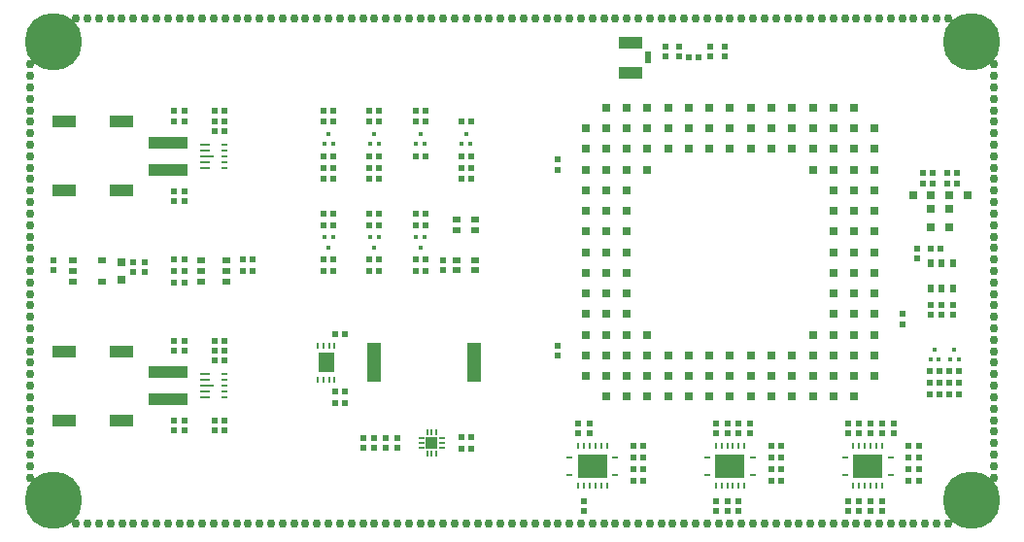
<source format=gbr>
%TF.GenerationSoftware,Altium Limited,Altium Designer,20.0.13 (296)*%
G04 Layer_Color=255*
%FSLAX26Y26*%
%MOIN*%
%TF.FileFunction,Pads,Top*%
%TF.Part,Single*%
G01*
G75*
%TA.AperFunction,SMDPad,CuDef*%
%ADD11R,0.031496X0.019685*%
%ADD12R,0.035433X0.009842*%
%ADD13R,0.051181X0.009842*%
%ADD14R,0.023622X0.009842*%
%ADD15R,0.009842X0.023622*%
%ADD16R,0.100394X0.080709*%
%ADD17R,0.018504X0.020472*%
%ADD18R,0.009842X0.019685*%
%ADD19R,0.019685X0.009842*%
%ADD20R,0.039370X0.039370*%
%ADD21R,0.051181X0.133858*%
%ADD22R,0.133858X0.038583*%
%ADD23R,0.020472X0.018504*%
%ADD24R,0.031496X0.031496*%
G04:AMPARAMS|DCode=25|XSize=27.559mil|YSize=27.559mil|CornerRadius=2.756mil|HoleSize=0mil|Usage=FLASHONLY|Rotation=0.000|XOffset=0mil|YOffset=0mil|HoleType=Round|Shape=RoundedRectangle|*
%AMROUNDEDRECTD25*
21,1,0.027559,0.022047,0,0,0.0*
21,1,0.022047,0.027559,0,0,0.0*
1,1,0.005512,0.011024,-0.011024*
1,1,0.005512,-0.011024,-0.011024*
1,1,0.005512,-0.011024,0.011024*
1,1,0.005512,0.011024,0.011024*
%
%ADD25ROUNDEDRECTD25*%
%ADD26R,0.057087X0.068898*%
%ADD27R,0.078740X0.039370*%
%ADD28R,0.023622X0.039370*%
%ADD29R,0.031496X0.031496*%
%ADD30R,0.015748X0.015748*%
%ADD31R,0.015748X0.015748*%
%ADD32R,0.019685X0.031496*%
%TA.AperFunction,ViaPad*%
%ADD36C,0.029528*%
%ADD37C,0.196850*%
D11*
X1448819Y789370D02*
D03*
X1385827D02*
D03*
Y824803D02*
D03*
X1448819D02*
D03*
Y927165D02*
D03*
X1385827D02*
D03*
Y962598D02*
D03*
X1448819D02*
D03*
X594488Y787402D02*
D03*
Y824803D02*
D03*
Y750000D02*
D03*
X507874D02*
D03*
Y787402D02*
D03*
Y824803D02*
D03*
X66929D02*
D03*
Y787402D02*
D03*
Y750000D02*
D03*
X169291D02*
D03*
Y824803D02*
D03*
D12*
X521654Y433071D02*
D03*
Y413386D02*
D03*
Y374016D02*
D03*
Y354331D02*
D03*
Y1220473D02*
D03*
Y1200787D02*
D03*
Y1161417D02*
D03*
Y1141732D02*
D03*
D13*
X529528Y393701D02*
D03*
Y1181102D02*
D03*
D14*
X586614Y354331D02*
D03*
Y374016D02*
D03*
Y393701D02*
D03*
Y413386D02*
D03*
Y433071D02*
D03*
X2873032Y147638D02*
D03*
X2717520D02*
D03*
Y88583D02*
D03*
X2873032D02*
D03*
X586614Y1141732D02*
D03*
Y1161417D02*
D03*
Y1181102D02*
D03*
Y1200787D02*
D03*
Y1220473D02*
D03*
X1928150Y147638D02*
D03*
X1772638D02*
D03*
Y88583D02*
D03*
X1928150D02*
D03*
X2400590Y147638D02*
D03*
X2245079D02*
D03*
Y88583D02*
D03*
X2400590D02*
D03*
D15*
X2844488Y186024D02*
D03*
X2824803D02*
D03*
X2805118D02*
D03*
X2785433D02*
D03*
X2765748D02*
D03*
X2746063D02*
D03*
Y50197D02*
D03*
X2765748D02*
D03*
X2785433D02*
D03*
X2805118D02*
D03*
X2824803D02*
D03*
X2844488D02*
D03*
X1899606Y186024D02*
D03*
X1879921D02*
D03*
X1860236D02*
D03*
X1840551D02*
D03*
X1820866D02*
D03*
X1801181D02*
D03*
Y50197D02*
D03*
X1820866D02*
D03*
X1840551D02*
D03*
X1860236D02*
D03*
X1879921D02*
D03*
X1899606D02*
D03*
X2372047Y186024D02*
D03*
X2352362D02*
D03*
X2332677D02*
D03*
X2312992D02*
D03*
X2293307D02*
D03*
X2273622D02*
D03*
Y50197D02*
D03*
X2293307D02*
D03*
X2312992D02*
D03*
X2332677D02*
D03*
X2352362D02*
D03*
X2372047D02*
D03*
D16*
X2795276Y118110D02*
D03*
X1850394D02*
D03*
X2322835D02*
D03*
D17*
X961811Y1181102D02*
D03*
X927953D02*
D03*
X587795Y238976D02*
D03*
X553937D02*
D03*
X3068307Y1086102D02*
D03*
X3102165D02*
D03*
X3068307Y1125472D02*
D03*
X3102165D02*
D03*
X3018307Y1086102D02*
D03*
X2984449D02*
D03*
X3018307Y1125472D02*
D03*
X2984449D02*
D03*
X686220Y826772D02*
D03*
X652362D02*
D03*
X450000Y748032D02*
D03*
X416142D02*
D03*
Y826772D02*
D03*
X450000D02*
D03*
X3109370Y442992D02*
D03*
X3075512D02*
D03*
X3041614D02*
D03*
X3007756D02*
D03*
X1990945Y147638D02*
D03*
X2024803D02*
D03*
X1990945Y108268D02*
D03*
X2024803D02*
D03*
X1990945Y68898D02*
D03*
X2024803D02*
D03*
X2463386Y187008D02*
D03*
X2497244D02*
D03*
X2463386Y147638D02*
D03*
X2497244D02*
D03*
X2463386Y108268D02*
D03*
X2497244D02*
D03*
X2935827Y147638D02*
D03*
X2969685D02*
D03*
X2935827Y108268D02*
D03*
X2969685D02*
D03*
X2935827Y68898D02*
D03*
X2969685D02*
D03*
X1434252Y1141732D02*
D03*
X1400394D02*
D03*
Y1299213D02*
D03*
X1434252D02*
D03*
X1242913Y1338583D02*
D03*
X1276772D02*
D03*
X1119291Y1141732D02*
D03*
X1085433D02*
D03*
Y1338583D02*
D03*
X1119291D02*
D03*
X961811Y1141732D02*
D03*
X927953D02*
D03*
Y1338583D02*
D03*
X961811D02*
D03*
X1400394Y177165D02*
D03*
X1434252D02*
D03*
X1085433Y984252D02*
D03*
X1119291D02*
D03*
X1085433Y826772D02*
D03*
X1119291D02*
D03*
X1242913Y984252D02*
D03*
X1276772D02*
D03*
X1242913Y826772D02*
D03*
X1276772D02*
D03*
X927953Y984252D02*
D03*
X961811D02*
D03*
X927953Y826772D02*
D03*
X961811D02*
D03*
X967323Y334646D02*
D03*
X1001181D02*
D03*
X553937Y1268110D02*
D03*
X587795D02*
D03*
X553937Y1301968D02*
D03*
X587795D02*
D03*
Y1335827D02*
D03*
X553937D02*
D03*
Y480709D02*
D03*
X587795D02*
D03*
X553937Y514567D02*
D03*
X587795D02*
D03*
Y272835D02*
D03*
X553937D02*
D03*
X587795Y548425D02*
D03*
X553937D02*
D03*
X3045669Y865000D02*
D03*
X3011811D02*
D03*
X652362Y787402D02*
D03*
X686220D02*
D03*
X450000D02*
D03*
X416142D02*
D03*
X2215511Y1518937D02*
D03*
X2181653D02*
D03*
X3109370Y364252D02*
D03*
X3075512D02*
D03*
X3041614D02*
D03*
X3007756D02*
D03*
X3075512Y403622D02*
D03*
X3109370D02*
D03*
X3007756D02*
D03*
X3041614D02*
D03*
X2024803Y187008D02*
D03*
X1990945D02*
D03*
X2497244Y68898D02*
D03*
X2463386D02*
D03*
X2969685Y187008D02*
D03*
X2935827D02*
D03*
X1434252Y1181102D02*
D03*
X1400394D02*
D03*
X1434252Y1102362D02*
D03*
X1400394D02*
D03*
X1276772Y1299213D02*
D03*
X1242913D02*
D03*
X1119291D02*
D03*
X1085433D02*
D03*
Y1102362D02*
D03*
X1119291D02*
D03*
X927953D02*
D03*
X961811D02*
D03*
X1400394Y216535D02*
D03*
X1434252D02*
D03*
X1085433Y787402D02*
D03*
X1119291D02*
D03*
Y944882D02*
D03*
X1085433D02*
D03*
X1242913Y787402D02*
D03*
X1276772D02*
D03*
Y944882D02*
D03*
X1242913D02*
D03*
X927953Y787402D02*
D03*
X961811D02*
D03*
Y944882D02*
D03*
X927953D02*
D03*
X1001181Y570866D02*
D03*
X967323D02*
D03*
Y374016D02*
D03*
X1001181D02*
D03*
X961811Y1299213D02*
D03*
X927953D02*
D03*
X1276772Y1181102D02*
D03*
X1242913D02*
D03*
X1119291D02*
D03*
X1085433D02*
D03*
D18*
X1283465Y161417D02*
D03*
X1299213D02*
D03*
X1314961D02*
D03*
Y232284D02*
D03*
X1299213D02*
D03*
X1283465D02*
D03*
X966142Y415354D02*
D03*
X907087D02*
D03*
X926772D02*
D03*
X946457D02*
D03*
X966142Y529528D02*
D03*
X907087D02*
D03*
X926772D02*
D03*
X946457D02*
D03*
D19*
X1334646Y181102D02*
D03*
Y196850D02*
D03*
Y212598D02*
D03*
X1263780D02*
D03*
Y196850D02*
D03*
Y181102D02*
D03*
D20*
X1299213Y196850D02*
D03*
D21*
X1101772Y472441D02*
D03*
X1444291D02*
D03*
D22*
X393701Y440354D02*
D03*
Y347047D02*
D03*
Y1227756D02*
D03*
Y1134449D02*
D03*
D23*
X2101653Y1524409D02*
D03*
Y1558268D02*
D03*
X413386Y1060236D02*
D03*
Y1026378D02*
D03*
X452756D02*
D03*
Y1060236D02*
D03*
Y1335827D02*
D03*
Y1301968D02*
D03*
X413386D02*
D03*
Y1335827D02*
D03*
X413386Y272835D02*
D03*
Y238976D02*
D03*
X452756D02*
D03*
Y272835D02*
D03*
X413386Y548425D02*
D03*
Y514567D02*
D03*
X452756D02*
D03*
Y548425D02*
D03*
X3086614Y669961D02*
D03*
Y636102D02*
D03*
X3011811D02*
D03*
Y669961D02*
D03*
X2965000Y831142D02*
D03*
Y865000D02*
D03*
X0Y790945D02*
D03*
Y824803D02*
D03*
X275591Y818405D02*
D03*
Y784547D02*
D03*
X314961D02*
D03*
Y818405D02*
D03*
X2913386Y639173D02*
D03*
Y605315D02*
D03*
X2255511Y1524409D02*
D03*
Y1558268D02*
D03*
X2146653Y1524409D02*
D03*
Y1558268D02*
D03*
X1801181Y231102D02*
D03*
Y264961D02*
D03*
X1840551Y231102D02*
D03*
Y264961D02*
D03*
X1820866Y-2756D02*
D03*
Y-36614D02*
D03*
X2273622Y231102D02*
D03*
Y264961D02*
D03*
X2312992Y231102D02*
D03*
Y264961D02*
D03*
X2352362Y231102D02*
D03*
Y264961D02*
D03*
X2273622Y-2756D02*
D03*
Y-36614D02*
D03*
X2312992Y-2756D02*
D03*
Y-36614D02*
D03*
X2352362Y-2756D02*
D03*
Y-36614D02*
D03*
X2726378Y231102D02*
D03*
Y264961D02*
D03*
X2765748Y231102D02*
D03*
Y264961D02*
D03*
X2805118Y231102D02*
D03*
Y264961D02*
D03*
X2844488Y231102D02*
D03*
Y264961D02*
D03*
X2726378Y-2756D02*
D03*
Y-36614D02*
D03*
X2765748Y-2756D02*
D03*
Y-36614D02*
D03*
X2805118Y-2756D02*
D03*
Y-36614D02*
D03*
X2844488Y-2756D02*
D03*
Y-36614D02*
D03*
X1141732Y179921D02*
D03*
Y213780D02*
D03*
X1181102Y179921D02*
D03*
Y213780D02*
D03*
X1102362D02*
D03*
Y179921D02*
D03*
X1062992D02*
D03*
Y213780D02*
D03*
X1338583Y790158D02*
D03*
Y824016D02*
D03*
X2305511Y1524409D02*
D03*
Y1558268D02*
D03*
X3049213Y669961D02*
D03*
Y636102D02*
D03*
X1732284Y1135236D02*
D03*
Y1169094D02*
D03*
Y497441D02*
D03*
Y531299D02*
D03*
X2391732Y264961D02*
D03*
Y231102D02*
D03*
X2883858Y264961D02*
D03*
Y231102D02*
D03*
D24*
X3011811Y998996D02*
D03*
Y936988D02*
D03*
X236220Y756398D02*
D03*
Y818405D02*
D03*
X3074803Y998996D02*
D03*
Y936988D02*
D03*
D25*
X2748031Y1347834D02*
D03*
X2818897Y1276968D02*
D03*
X2748031D02*
D03*
X2818897Y1135236D02*
D03*
Y1206102D02*
D03*
X2677165Y1276968D02*
D03*
X2748031Y1206102D02*
D03*
X2677165Y1347834D02*
D03*
X2748031Y1135236D02*
D03*
X2677165Y1206102D02*
D03*
X2818897Y1064370D02*
D03*
Y993504D02*
D03*
X2748031Y1064370D02*
D03*
X2818897Y851771D02*
D03*
Y922638D02*
D03*
X2677165Y1064370D02*
D03*
X2748031Y993504D02*
D03*
X2677165Y1135236D02*
D03*
X2748031Y922638D02*
D03*
X2677165Y993504D02*
D03*
X2535433Y1347834D02*
D03*
X2606299D02*
D03*
X2464566D02*
D03*
X2606299Y1276968D02*
D03*
X2535433D02*
D03*
X2393700Y1347834D02*
D03*
X2464566Y1276968D02*
D03*
X2322834Y1347834D02*
D03*
X2393700Y1276968D02*
D03*
X2251968D02*
D03*
X2606299Y1206102D02*
D03*
Y1135236D02*
D03*
X2535433Y1206102D02*
D03*
X2677165Y851771D02*
D03*
Y922638D02*
D03*
X2464566Y1206102D02*
D03*
X2322834Y1276968D02*
D03*
X2393700Y1206102D02*
D03*
X2322834D02*
D03*
X2818897Y710039D02*
D03*
Y639173D02*
D03*
Y780905D02*
D03*
X2748031D02*
D03*
Y710039D02*
D03*
Y851771D02*
D03*
Y639173D02*
D03*
X2677165Y710039D02*
D03*
X2818897Y568307D02*
D03*
Y497441D02*
D03*
X2748031Y568307D02*
D03*
X2818897Y426575D02*
D03*
X2748031Y355709D02*
D03*
X2677165Y568307D02*
D03*
X2748031Y497441D02*
D03*
X2677165Y639173D02*
D03*
X2748031Y426575D02*
D03*
X2677165Y355709D02*
D03*
Y780905D02*
D03*
Y497441D02*
D03*
X2606299Y568307D02*
D03*
Y426575D02*
D03*
Y497441D02*
D03*
X2464566D02*
D03*
X2535433D02*
D03*
X2322834D02*
D03*
X2535433Y426575D02*
D03*
X2393700Y497441D02*
D03*
X2677165Y426575D02*
D03*
X2606299Y355709D02*
D03*
X2464566Y426575D02*
D03*
X2535433Y355709D02*
D03*
X2464566D02*
D03*
X2393700Y426575D02*
D03*
X2322834D02*
D03*
X2393700Y355709D02*
D03*
X2322834D02*
D03*
X2181102Y1347834D02*
D03*
X2251968D02*
D03*
X2110236D02*
D03*
X2181102Y1276968D02*
D03*
X2110236D02*
D03*
X2039370Y1347834D02*
D03*
Y1276968D02*
D03*
X1968504Y1347834D02*
D03*
X2181102Y1206102D02*
D03*
X2251968D02*
D03*
X2110236D02*
D03*
X2039370Y1135236D02*
D03*
Y1206102D02*
D03*
X1968504D02*
D03*
Y993504D02*
D03*
Y1276968D02*
D03*
Y851771D02*
D03*
Y922638D02*
D03*
X1897638Y1276968D02*
D03*
Y1206102D02*
D03*
Y1347834D02*
D03*
X1968504Y1064370D02*
D03*
Y1135236D02*
D03*
X1826772Y1276968D02*
D03*
Y1206102D02*
D03*
X1897638Y1135236D02*
D03*
X1826772D02*
D03*
X1897638Y993504D02*
D03*
Y922638D02*
D03*
Y1064370D02*
D03*
X1968504Y780905D02*
D03*
X1897638Y851771D02*
D03*
X1826772Y993504D02*
D03*
Y1064370D02*
D03*
Y851771D02*
D03*
Y922638D02*
D03*
X2181102Y497441D02*
D03*
X2251968D02*
D03*
X2039370Y568307D02*
D03*
X2251968Y426575D02*
D03*
X2110236Y497441D02*
D03*
X1968504Y568307D02*
D03*
X2039370Y497441D02*
D03*
X1968504Y710039D02*
D03*
X2181102Y426575D02*
D03*
X2251968Y355709D02*
D03*
X2110236Y426575D02*
D03*
X2181102Y355709D02*
D03*
X2110236D02*
D03*
X2039370D02*
D03*
Y426575D02*
D03*
X1897638Y710039D02*
D03*
X1968504Y639173D02*
D03*
X1897638Y780905D02*
D03*
Y568307D02*
D03*
Y639173D02*
D03*
X1826772Y710039D02*
D03*
Y639173D02*
D03*
Y780905D02*
D03*
X1968504Y497441D02*
D03*
Y426575D02*
D03*
X1897638Y497441D02*
D03*
X1968504Y355709D02*
D03*
X1897638D02*
D03*
X1826772Y497441D02*
D03*
Y568307D02*
D03*
X1897638Y426575D02*
D03*
X1826772D02*
D03*
D26*
X936614Y472441D02*
D03*
D27*
X1980708Y1467756D02*
D03*
Y1570118D02*
D03*
X236220Y511811D02*
D03*
X39370D02*
D03*
X236220Y1062992D02*
D03*
X39370D02*
D03*
X236220Y1299213D02*
D03*
X39370D02*
D03*
X236220Y275591D02*
D03*
X39370D02*
D03*
D28*
X2039763Y1518937D02*
D03*
D29*
X3136811Y1046732D02*
D03*
X3074803D02*
D03*
X2949803D02*
D03*
X3011811D02*
D03*
D30*
X3077677Y483031D02*
D03*
X3107205D02*
D03*
X3009921D02*
D03*
X3039449D02*
D03*
X1402559Y1222441D02*
D03*
X1432087D02*
D03*
X1245079D02*
D03*
X1274606D02*
D03*
X1087598D02*
D03*
X1117126D02*
D03*
X930118D02*
D03*
X959646D02*
D03*
X1117126Y903543D02*
D03*
X1087598D02*
D03*
X1274606D02*
D03*
X1245079D02*
D03*
X959646D02*
D03*
X930118D02*
D03*
D31*
X3092441Y518465D02*
D03*
X3024685D02*
D03*
X1417323Y1257874D02*
D03*
X1259842D02*
D03*
X1102362D02*
D03*
X944882D02*
D03*
X1102362Y868110D02*
D03*
X1259842D02*
D03*
X944882D02*
D03*
D32*
X3049213Y814449D02*
D03*
X3011811D02*
D03*
X3086614D02*
D03*
Y727835D02*
D03*
X3049213D02*
D03*
X3011811D02*
D03*
D36*
X3031496Y-78740D02*
D03*
X3070866D02*
D03*
X2992126D02*
D03*
X2952756D02*
D03*
X2913386D02*
D03*
X2874016D02*
D03*
X2677166D02*
D03*
X2716536D02*
D03*
X2755906D02*
D03*
X2795276D02*
D03*
X2834646D02*
D03*
X2440946D02*
D03*
X2401576D02*
D03*
X2362206D02*
D03*
X2322836D02*
D03*
X2283466D02*
D03*
X2480316D02*
D03*
X2519686D02*
D03*
X2559056D02*
D03*
X2598426D02*
D03*
X2637796D02*
D03*
X2047246D02*
D03*
X2007876D02*
D03*
X1968506D02*
D03*
X1929136D02*
D03*
X1889766D02*
D03*
X2086616D02*
D03*
X2125986D02*
D03*
X2165356D02*
D03*
X2204726D02*
D03*
X2244096D02*
D03*
X1653546D02*
D03*
X1614176D02*
D03*
X1574806D02*
D03*
X1535436D02*
D03*
X1496066D02*
D03*
X1692916D02*
D03*
X1732286D02*
D03*
X1771656D02*
D03*
X1811026D02*
D03*
X1850396D02*
D03*
X1259846D02*
D03*
X1220476D02*
D03*
X1181106D02*
D03*
X1141736D02*
D03*
X1102366D02*
D03*
X1299216D02*
D03*
X1338586D02*
D03*
X1377956D02*
D03*
X1417326D02*
D03*
X1456696D02*
D03*
X866146D02*
D03*
X826776D02*
D03*
X787406D02*
D03*
X748036D02*
D03*
X708666D02*
D03*
X905516D02*
D03*
X944886D02*
D03*
X984256D02*
D03*
X1023626D02*
D03*
X1062996D02*
D03*
X472446D02*
D03*
X433076D02*
D03*
X393706D02*
D03*
X354336D02*
D03*
X314966D02*
D03*
X511816D02*
D03*
X551186D02*
D03*
X590556D02*
D03*
X629926D02*
D03*
X669296D02*
D03*
X78746D02*
D03*
X118116D02*
D03*
X157486D02*
D03*
X196856D02*
D03*
X236226D02*
D03*
X275596D02*
D03*
X2874010Y1653543D02*
D03*
X2913380D02*
D03*
X2952750D02*
D03*
X2992120D02*
D03*
X3031490D02*
D03*
X3070860D02*
D03*
X2480310D02*
D03*
X2519680D02*
D03*
X2559050D02*
D03*
X2598420D02*
D03*
X2637790D02*
D03*
X2834640D02*
D03*
X2795270D02*
D03*
X2755900D02*
D03*
X2716530D02*
D03*
X2677160D02*
D03*
X2086610D02*
D03*
X2125980D02*
D03*
X2165350D02*
D03*
X2204720D02*
D03*
X2244090D02*
D03*
X2440940D02*
D03*
X2401570D02*
D03*
X2362200D02*
D03*
X2322830D02*
D03*
X2283460D02*
D03*
X1692910D02*
D03*
X1732280D02*
D03*
X1771650D02*
D03*
X1811020D02*
D03*
X1850390D02*
D03*
X2047240D02*
D03*
X2007870D02*
D03*
X1968500D02*
D03*
X1929130D02*
D03*
X1889760D02*
D03*
X1299210D02*
D03*
X1338580D02*
D03*
X1377950D02*
D03*
X1417320D02*
D03*
X1456690D02*
D03*
X1653540D02*
D03*
X1614170D02*
D03*
X1574800D02*
D03*
X1535430D02*
D03*
X1496060D02*
D03*
X905510D02*
D03*
X944880D02*
D03*
X984250D02*
D03*
X1023620D02*
D03*
X1062990D02*
D03*
X1259840D02*
D03*
X1220470D02*
D03*
X1181100D02*
D03*
X1141730D02*
D03*
X1102360D02*
D03*
X511810D02*
D03*
X551180D02*
D03*
X590550D02*
D03*
X629920D02*
D03*
X669290D02*
D03*
X866140D02*
D03*
X826770D02*
D03*
X787400D02*
D03*
X748030D02*
D03*
X708660D02*
D03*
X314960D02*
D03*
X354330D02*
D03*
X393700D02*
D03*
X433070D02*
D03*
X472440D02*
D03*
X275590D02*
D03*
X236220D02*
D03*
X196850D02*
D03*
X157480D02*
D03*
X78740D02*
D03*
X118110D02*
D03*
X3228346Y1299213D02*
D03*
Y1259843D02*
D03*
Y1220473D02*
D03*
Y1181102D02*
D03*
Y1141732D02*
D03*
Y1102362D02*
D03*
Y1062992D02*
D03*
Y1023622D02*
D03*
Y984252D02*
D03*
Y944882D02*
D03*
Y905512D02*
D03*
Y866142D02*
D03*
Y826772D02*
D03*
Y787402D02*
D03*
Y748032D02*
D03*
Y708662D02*
D03*
Y669291D02*
D03*
Y629921D02*
D03*
Y590551D02*
D03*
Y551181D02*
D03*
Y78740D02*
D03*
Y118110D02*
D03*
Y157480D02*
D03*
Y196850D02*
D03*
Y236220D02*
D03*
Y275591D02*
D03*
Y314961D02*
D03*
Y354331D02*
D03*
Y393701D02*
D03*
Y433071D02*
D03*
Y472441D02*
D03*
Y511811D02*
D03*
Y1338583D02*
D03*
Y1377953D02*
D03*
Y1417323D02*
D03*
Y1456693D02*
D03*
Y1496063D02*
D03*
X-78740Y78740D02*
D03*
Y118110D02*
D03*
Y157480D02*
D03*
Y196850D02*
D03*
Y236220D02*
D03*
Y1062992D02*
D03*
Y1102362D02*
D03*
Y1141732D02*
D03*
Y1181102D02*
D03*
Y1220473D02*
D03*
Y1259842D02*
D03*
Y1299213D02*
D03*
Y1338583D02*
D03*
Y1377953D02*
D03*
Y1417323D02*
D03*
Y1456693D02*
D03*
Y1496063D02*
D03*
Y1023622D02*
D03*
Y984252D02*
D03*
Y944882D02*
D03*
Y905512D02*
D03*
Y866142D02*
D03*
Y826772D02*
D03*
Y787402D02*
D03*
Y748032D02*
D03*
Y708661D02*
D03*
Y669291D02*
D03*
Y629921D02*
D03*
Y590551D02*
D03*
Y551181D02*
D03*
Y511811D02*
D03*
Y472441D02*
D03*
Y433071D02*
D03*
Y393701D02*
D03*
Y354331D02*
D03*
Y314961D02*
D03*
Y275591D02*
D03*
D37*
X3149606Y1574803D02*
D03*
Y0D02*
D03*
X0Y1574803D02*
D03*
Y0D02*
D03*
%TF.MD5,b4478ff0a0ce153b90433bf32ffa1fd7*%
M02*

</source>
